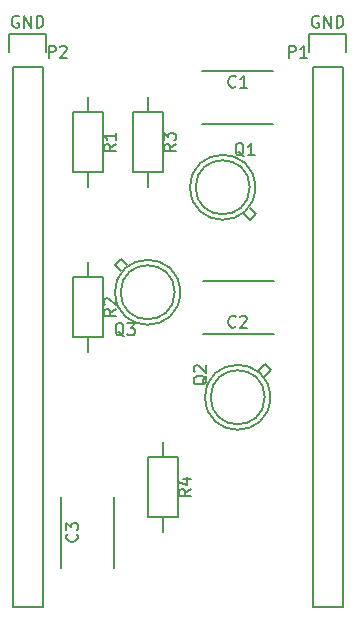
<source format=gbr>
G04 #@! TF.FileFunction,Legend,Top*
%FSLAX46Y46*%
G04 Gerber Fmt 4.6, Leading zero omitted, Abs format (unit mm)*
G04 Created by KiCad (PCBNEW 4.0.3+e1-6302~38~ubuntu16.04.1-stable) date Thu Aug 25 17:11:50 2016*
%MOMM*%
%LPD*%
G01*
G04 APERTURE LIST*
%ADD10C,0.100000*%
%ADD11C,0.150000*%
G04 APERTURE END LIST*
D10*
D11*
X63790000Y-113530000D02*
X63790000Y-107530000D01*
X68290000Y-107530000D02*
X68290000Y-113530000D01*
X73660000Y-104140000D02*
X73660000Y-109220000D01*
X73660000Y-109220000D02*
X71120000Y-109220000D01*
X71120000Y-109220000D02*
X71120000Y-104140000D01*
X71120000Y-104140000D02*
X73660000Y-104140000D01*
X72390000Y-104140000D02*
X72390000Y-102870000D01*
X72390000Y-109220000D02*
X72390000Y-110490000D01*
X81026000Y-96266000D02*
X80518000Y-96774000D01*
X81026000Y-97282000D02*
X81534000Y-96774000D01*
X81534000Y-96774000D02*
X81026000Y-96266000D01*
X81026000Y-99060000D02*
G75*
G03X81026000Y-99060000I-2286000J0D01*
G01*
X81490000Y-99060000D02*
G75*
G03X81490000Y-99060000I-2750000J0D01*
G01*
X68326000Y-87884000D02*
X68834000Y-88392000D01*
X69342000Y-87884000D02*
X68834000Y-87376000D01*
X68834000Y-87376000D02*
X68326000Y-87884000D01*
X73406000Y-90170000D02*
G75*
G03X73406000Y-90170000I-2286000J0D01*
G01*
X73870000Y-90170000D02*
G75*
G03X73870000Y-90170000I-2750000J0D01*
G01*
X81780000Y-93690000D02*
X75780000Y-93690000D01*
X75780000Y-89190000D02*
X81780000Y-89190000D01*
X80264000Y-83566000D02*
X79756000Y-83058000D01*
X79248000Y-83566000D02*
X79756000Y-84074000D01*
X79756000Y-84074000D02*
X80264000Y-83566000D01*
X79756000Y-81280000D02*
G75*
G03X79756000Y-81280000I-2286000J0D01*
G01*
X80220000Y-81280000D02*
G75*
G03X80220000Y-81280000I-2750000J0D01*
G01*
X67310000Y-88900000D02*
X67310000Y-93980000D01*
X67310000Y-93980000D02*
X64770000Y-93980000D01*
X64770000Y-93980000D02*
X64770000Y-88900000D01*
X64770000Y-88900000D02*
X67310000Y-88900000D01*
X66040000Y-88900000D02*
X66040000Y-87630000D01*
X66040000Y-93980000D02*
X66040000Y-95250000D01*
X75700000Y-71410000D02*
X81700000Y-71410000D01*
X81700000Y-75910000D02*
X75700000Y-75910000D01*
X67310000Y-74930000D02*
X67310000Y-80010000D01*
X67310000Y-80010000D02*
X64770000Y-80010000D01*
X64770000Y-80010000D02*
X64770000Y-74930000D01*
X64770000Y-74930000D02*
X67310000Y-74930000D01*
X66040000Y-74930000D02*
X66040000Y-73660000D01*
X66040000Y-80010000D02*
X66040000Y-81280000D01*
X72390000Y-74930000D02*
X72390000Y-80010000D01*
X72390000Y-80010000D02*
X69850000Y-80010000D01*
X69850000Y-80010000D02*
X69850000Y-74930000D01*
X69850000Y-74930000D02*
X72390000Y-74930000D01*
X71120000Y-74930000D02*
X71120000Y-73660000D01*
X71120000Y-80010000D02*
X71120000Y-81280000D01*
X59690000Y-71120000D02*
X59690000Y-116840000D01*
X59690000Y-116840000D02*
X62230000Y-116840000D01*
X62230000Y-116840000D02*
X62230000Y-71120000D01*
X59410000Y-68300000D02*
X59410000Y-69850000D01*
X59690000Y-71120000D02*
X62230000Y-71120000D01*
X62510000Y-69850000D02*
X62510000Y-68300000D01*
X62510000Y-68300000D02*
X59410000Y-68300000D01*
X85090000Y-71120000D02*
X85090000Y-116840000D01*
X85090000Y-116840000D02*
X87630000Y-116840000D01*
X87630000Y-116840000D02*
X87630000Y-71120000D01*
X84810000Y-68300000D02*
X84810000Y-69850000D01*
X85090000Y-71120000D02*
X87630000Y-71120000D01*
X87910000Y-69850000D02*
X87910000Y-68300000D01*
X87910000Y-68300000D02*
X84810000Y-68300000D01*
X65127143Y-110656666D02*
X65174762Y-110704285D01*
X65222381Y-110847142D01*
X65222381Y-110942380D01*
X65174762Y-111085238D01*
X65079524Y-111180476D01*
X64984286Y-111228095D01*
X64793810Y-111275714D01*
X64650952Y-111275714D01*
X64460476Y-111228095D01*
X64365238Y-111180476D01*
X64270000Y-111085238D01*
X64222381Y-110942380D01*
X64222381Y-110847142D01*
X64270000Y-110704285D01*
X64317619Y-110656666D01*
X64222381Y-110323333D02*
X64222381Y-109704285D01*
X64603333Y-110037619D01*
X64603333Y-109894761D01*
X64650952Y-109799523D01*
X64698571Y-109751904D01*
X64793810Y-109704285D01*
X65031905Y-109704285D01*
X65127143Y-109751904D01*
X65174762Y-109799523D01*
X65222381Y-109894761D01*
X65222381Y-110180476D01*
X65174762Y-110275714D01*
X65127143Y-110323333D01*
X74747381Y-106846666D02*
X74271190Y-107180000D01*
X74747381Y-107418095D02*
X73747381Y-107418095D01*
X73747381Y-107037142D01*
X73795000Y-106941904D01*
X73842619Y-106894285D01*
X73937857Y-106846666D01*
X74080714Y-106846666D01*
X74175952Y-106894285D01*
X74223571Y-106941904D01*
X74271190Y-107037142D01*
X74271190Y-107418095D01*
X74080714Y-105989523D02*
X74747381Y-105989523D01*
X73699762Y-106227619D02*
X74414048Y-106465714D01*
X74414048Y-105846666D01*
X76112619Y-97250238D02*
X76065000Y-97345476D01*
X75969762Y-97440714D01*
X75826905Y-97583571D01*
X75779286Y-97678810D01*
X75779286Y-97774048D01*
X76017381Y-97726429D02*
X75969762Y-97821667D01*
X75874524Y-97916905D01*
X75684048Y-97964524D01*
X75350714Y-97964524D01*
X75160238Y-97916905D01*
X75065000Y-97821667D01*
X75017381Y-97726429D01*
X75017381Y-97535952D01*
X75065000Y-97440714D01*
X75160238Y-97345476D01*
X75350714Y-97297857D01*
X75684048Y-97297857D01*
X75874524Y-97345476D01*
X75969762Y-97440714D01*
X76017381Y-97535952D01*
X76017381Y-97726429D01*
X75112619Y-96916905D02*
X75065000Y-96869286D01*
X75017381Y-96774048D01*
X75017381Y-96535952D01*
X75065000Y-96440714D01*
X75112619Y-96393095D01*
X75207857Y-96345476D01*
X75303095Y-96345476D01*
X75445952Y-96393095D01*
X76017381Y-96964524D01*
X76017381Y-96345476D01*
X69119762Y-93892619D02*
X69024524Y-93845000D01*
X68929286Y-93749762D01*
X68786429Y-93606905D01*
X68691190Y-93559286D01*
X68595952Y-93559286D01*
X68643571Y-93797381D02*
X68548333Y-93749762D01*
X68453095Y-93654524D01*
X68405476Y-93464048D01*
X68405476Y-93130714D01*
X68453095Y-92940238D01*
X68548333Y-92845000D01*
X68643571Y-92797381D01*
X68834048Y-92797381D01*
X68929286Y-92845000D01*
X69024524Y-92940238D01*
X69072143Y-93130714D01*
X69072143Y-93464048D01*
X69024524Y-93654524D01*
X68929286Y-93749762D01*
X68834048Y-93797381D01*
X68643571Y-93797381D01*
X69405476Y-92797381D02*
X70024524Y-92797381D01*
X69691190Y-93178333D01*
X69834048Y-93178333D01*
X69929286Y-93225952D01*
X69976905Y-93273571D01*
X70024524Y-93368810D01*
X70024524Y-93606905D01*
X69976905Y-93702143D01*
X69929286Y-93749762D01*
X69834048Y-93797381D01*
X69548333Y-93797381D01*
X69453095Y-93749762D01*
X69405476Y-93702143D01*
X78573334Y-93067143D02*
X78525715Y-93114762D01*
X78382858Y-93162381D01*
X78287620Y-93162381D01*
X78144762Y-93114762D01*
X78049524Y-93019524D01*
X78001905Y-92924286D01*
X77954286Y-92733810D01*
X77954286Y-92590952D01*
X78001905Y-92400476D01*
X78049524Y-92305238D01*
X78144762Y-92210000D01*
X78287620Y-92162381D01*
X78382858Y-92162381D01*
X78525715Y-92210000D01*
X78573334Y-92257619D01*
X78954286Y-92257619D02*
X79001905Y-92210000D01*
X79097143Y-92162381D01*
X79335239Y-92162381D01*
X79430477Y-92210000D01*
X79478096Y-92257619D01*
X79525715Y-92352857D01*
X79525715Y-92448095D01*
X79478096Y-92590952D01*
X78906667Y-93162381D01*
X79525715Y-93162381D01*
X79279762Y-78652619D02*
X79184524Y-78605000D01*
X79089286Y-78509762D01*
X78946429Y-78366905D01*
X78851190Y-78319286D01*
X78755952Y-78319286D01*
X78803571Y-78557381D02*
X78708333Y-78509762D01*
X78613095Y-78414524D01*
X78565476Y-78224048D01*
X78565476Y-77890714D01*
X78613095Y-77700238D01*
X78708333Y-77605000D01*
X78803571Y-77557381D01*
X78994048Y-77557381D01*
X79089286Y-77605000D01*
X79184524Y-77700238D01*
X79232143Y-77890714D01*
X79232143Y-78224048D01*
X79184524Y-78414524D01*
X79089286Y-78509762D01*
X78994048Y-78557381D01*
X78803571Y-78557381D01*
X80184524Y-78557381D02*
X79613095Y-78557381D01*
X79898809Y-78557381D02*
X79898809Y-77557381D01*
X79803571Y-77700238D01*
X79708333Y-77795476D01*
X79613095Y-77843095D01*
X68397381Y-91606666D02*
X67921190Y-91940000D01*
X68397381Y-92178095D02*
X67397381Y-92178095D01*
X67397381Y-91797142D01*
X67445000Y-91701904D01*
X67492619Y-91654285D01*
X67587857Y-91606666D01*
X67730714Y-91606666D01*
X67825952Y-91654285D01*
X67873571Y-91701904D01*
X67921190Y-91797142D01*
X67921190Y-92178095D01*
X67492619Y-91225714D02*
X67445000Y-91178095D01*
X67397381Y-91082857D01*
X67397381Y-90844761D01*
X67445000Y-90749523D01*
X67492619Y-90701904D01*
X67587857Y-90654285D01*
X67683095Y-90654285D01*
X67825952Y-90701904D01*
X68397381Y-91273333D01*
X68397381Y-90654285D01*
X78573334Y-72747143D02*
X78525715Y-72794762D01*
X78382858Y-72842381D01*
X78287620Y-72842381D01*
X78144762Y-72794762D01*
X78049524Y-72699524D01*
X78001905Y-72604286D01*
X77954286Y-72413810D01*
X77954286Y-72270952D01*
X78001905Y-72080476D01*
X78049524Y-71985238D01*
X78144762Y-71890000D01*
X78287620Y-71842381D01*
X78382858Y-71842381D01*
X78525715Y-71890000D01*
X78573334Y-71937619D01*
X79525715Y-72842381D02*
X78954286Y-72842381D01*
X79240000Y-72842381D02*
X79240000Y-71842381D01*
X79144762Y-71985238D01*
X79049524Y-72080476D01*
X78954286Y-72128095D01*
X68397381Y-77636666D02*
X67921190Y-77970000D01*
X68397381Y-78208095D02*
X67397381Y-78208095D01*
X67397381Y-77827142D01*
X67445000Y-77731904D01*
X67492619Y-77684285D01*
X67587857Y-77636666D01*
X67730714Y-77636666D01*
X67825952Y-77684285D01*
X67873571Y-77731904D01*
X67921190Y-77827142D01*
X67921190Y-78208095D01*
X68397381Y-76684285D02*
X68397381Y-77255714D01*
X68397381Y-76970000D02*
X67397381Y-76970000D01*
X67540238Y-77065238D01*
X67635476Y-77160476D01*
X67683095Y-77255714D01*
X73477381Y-77636666D02*
X73001190Y-77970000D01*
X73477381Y-78208095D02*
X72477381Y-78208095D01*
X72477381Y-77827142D01*
X72525000Y-77731904D01*
X72572619Y-77684285D01*
X72667857Y-77636666D01*
X72810714Y-77636666D01*
X72905952Y-77684285D01*
X72953571Y-77731904D01*
X73001190Y-77827142D01*
X73001190Y-78208095D01*
X72477381Y-77303333D02*
X72477381Y-76684285D01*
X72858333Y-77017619D01*
X72858333Y-76874761D01*
X72905952Y-76779523D01*
X72953571Y-76731904D01*
X73048810Y-76684285D01*
X73286905Y-76684285D01*
X73382143Y-76731904D01*
X73429762Y-76779523D01*
X73477381Y-76874761D01*
X73477381Y-77160476D01*
X73429762Y-77255714D01*
X73382143Y-77303333D01*
X62761905Y-70302381D02*
X62761905Y-69302381D01*
X63142858Y-69302381D01*
X63238096Y-69350000D01*
X63285715Y-69397619D01*
X63333334Y-69492857D01*
X63333334Y-69635714D01*
X63285715Y-69730952D01*
X63238096Y-69778571D01*
X63142858Y-69826190D01*
X62761905Y-69826190D01*
X63714286Y-69397619D02*
X63761905Y-69350000D01*
X63857143Y-69302381D01*
X64095239Y-69302381D01*
X64190477Y-69350000D01*
X64238096Y-69397619D01*
X64285715Y-69492857D01*
X64285715Y-69588095D01*
X64238096Y-69730952D01*
X63666667Y-70302381D01*
X64285715Y-70302381D01*
X60198096Y-66810000D02*
X60102858Y-66762381D01*
X59960001Y-66762381D01*
X59817143Y-66810000D01*
X59721905Y-66905238D01*
X59674286Y-67000476D01*
X59626667Y-67190952D01*
X59626667Y-67333810D01*
X59674286Y-67524286D01*
X59721905Y-67619524D01*
X59817143Y-67714762D01*
X59960001Y-67762381D01*
X60055239Y-67762381D01*
X60198096Y-67714762D01*
X60245715Y-67667143D01*
X60245715Y-67333810D01*
X60055239Y-67333810D01*
X60674286Y-67762381D02*
X60674286Y-66762381D01*
X61245715Y-67762381D01*
X61245715Y-66762381D01*
X61721905Y-67762381D02*
X61721905Y-66762381D01*
X61960000Y-66762381D01*
X62102858Y-66810000D01*
X62198096Y-66905238D01*
X62245715Y-67000476D01*
X62293334Y-67190952D01*
X62293334Y-67333810D01*
X62245715Y-67524286D01*
X62198096Y-67619524D01*
X62102858Y-67714762D01*
X61960000Y-67762381D01*
X61721905Y-67762381D01*
X83081905Y-70302381D02*
X83081905Y-69302381D01*
X83462858Y-69302381D01*
X83558096Y-69350000D01*
X83605715Y-69397619D01*
X83653334Y-69492857D01*
X83653334Y-69635714D01*
X83605715Y-69730952D01*
X83558096Y-69778571D01*
X83462858Y-69826190D01*
X83081905Y-69826190D01*
X84605715Y-70302381D02*
X84034286Y-70302381D01*
X84320000Y-70302381D02*
X84320000Y-69302381D01*
X84224762Y-69445238D01*
X84129524Y-69540476D01*
X84034286Y-69588095D01*
X85598096Y-66810000D02*
X85502858Y-66762381D01*
X85360001Y-66762381D01*
X85217143Y-66810000D01*
X85121905Y-66905238D01*
X85074286Y-67000476D01*
X85026667Y-67190952D01*
X85026667Y-67333810D01*
X85074286Y-67524286D01*
X85121905Y-67619524D01*
X85217143Y-67714762D01*
X85360001Y-67762381D01*
X85455239Y-67762381D01*
X85598096Y-67714762D01*
X85645715Y-67667143D01*
X85645715Y-67333810D01*
X85455239Y-67333810D01*
X86074286Y-67762381D02*
X86074286Y-66762381D01*
X86645715Y-67762381D01*
X86645715Y-66762381D01*
X87121905Y-67762381D02*
X87121905Y-66762381D01*
X87360000Y-66762381D01*
X87502858Y-66810000D01*
X87598096Y-66905238D01*
X87645715Y-67000476D01*
X87693334Y-67190952D01*
X87693334Y-67333810D01*
X87645715Y-67524286D01*
X87598096Y-67619524D01*
X87502858Y-67714762D01*
X87360000Y-67762381D01*
X87121905Y-67762381D01*
M02*

</source>
